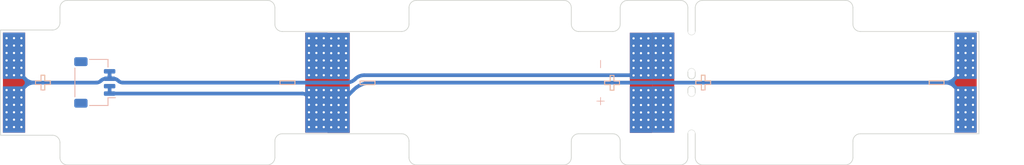
<source format=kicad_pcb>
(kicad_pcb (version 20211014) (generator pcbnew)
  (title_block (title "ALOIDIA Keyboard Solar Cells Breakout Module PCB") (date "2022-07-10") (comment 2 "Author: Vincent Nguyen"))
  (layers (0 "F.Cu" signal) (31 "B.Cu" signal) (34 "B.Paste" user) (35 "F.Paste" user) (36 "B.SilkS" user "B.Silkscreen") (37 "F.SilkS" user "F.Silkscreen") (38 "B.Mask" user) (39 "F.Mask" user) (44 "Edge.Cuts" user))
  (net 0 "")
  (net 1 "/CELL-")
  (net 2 "/CELL+")
  (footprint "0_various:SM111K04L" (layer "F.Cu") (at 153.8 85.025 180)
    (fp_text reference "SC1" hide)
    (fp_text value "SM111K04L")
    (fp_line (start -17.5 0.25) (end -17.5 -0.25) (layer "B.SilkS") (width 0.12))
    (fp_line (start 17.5 0.25) (end 15.5 0.25) (layer "B.SilkS") (width 0.12))
    (fp_line (start -16.25 -1) (end -16.25 -0.25) (layer "B.SilkS") (width 0.12))
    (fp_line (start -16.25 0.25) (end -16.25 1) (layer "B.SilkS") (width 0.12))
    (fp_line (start -15.5 0.25) (end -16.25 0.25) (layer "B.SilkS") (width 0.12))
    (fp_line (start -17.5 -0.25) (end -16.75 -0.25) (layer "B.SilkS") (width 0.12))
    (fp_line (start -16.75 1) (end -16.75 0.25) (layer "B.SilkS") (width 0.12))
    (fp_line (start -16.75 0.25) (end -17.5 0.25) (layer "B.SilkS") (width 0.12))
    (fp_line (start -16.75 -1) (end -16.25 -1) (layer "B.SilkS") (width 0.12))
    (fp_line (start -15.5 -0.25) (end -15.5 0.25) (layer "B.SilkS") (width 0.12))
    (fp_line (start 15.5 0.25) (end 15.5 -0.25) (layer "B.SilkS") (width 0.12))
    (fp_line (start 15.5 -0.25) (end 17.5 -0.25) (layer "B.SilkS") (width 0.12))
    (fp_line (start -16.25 1) (end -16.75 1) (layer "B.SilkS") (width 0.12))
    (fp_line (start -16.75 -0.25) (end -16.75 -1) (layer "B.SilkS") (width 0.12))
    (fp_line (start -16.25 -0.25) (end -15.5 -0.25) (layer "B.SilkS") (width 0.12))
    (fp_line (start 17.5 -0.25) (end 17.5 0.25) (layer "B.SilkS") (width 0.12))
    (fp_line (start -16.25 -1) (end -16.25 -0.25) (layer "F.SilkS") (width 0.12))
    (fp_line (start -16.25 0.25) (end -16.25 1) (layer "F.SilkS") (width 0.12))
    (fp_line (start -16.75 0.25) (end -17.5 0.25) (layer "F.SilkS") (width 0.12))
    (fp_line (start -16.75 1) (end -16.75 0.25) (layer "F.SilkS") (width 0.12))
    (fp_line (start -16.75 -1) (end -16.25 -1) (layer "F.SilkS") (width 0.12))
    (fp_line (start 15.5 -0.25) (end 17.5 -0.25) (layer "F.SilkS") (width 0.12))
    (fp_line (start 15.5 0.25) (end 15.5 -0.25) (layer "F.SilkS") (width 0.12))
    (fp_line (start -16.75 -0.25) (end -16.75 -1) (layer "F.SilkS") (width 0.12))
    (fp_line (start -16.25 -0.25) (end -15.5 -0.25) (layer "F.SilkS") (width 0.12))
    (fp_line (start 17.5 0.25) (end 15.5 0.25) (layer "F.SilkS") (width 0.12))
    (fp_line (start 17.5 -0.25) (end 17.5 0.25) (layer "F.SilkS") (width 0.12))
    (fp_line (start -15.5 -0.25) (end -15.5 0.25) (layer "F.SilkS") (width 0.12))
    (fp_line (start -17.5 0.25) (end -17.5 -0.25) (layer "F.SilkS") (width 0.12))
    (fp_line (start -17.5 -0.25) (end -16.75 -0.25) (layer "F.SilkS") (width 0.12))
    (fp_line (start -15.5 0.25) (end -16.25 0.25) (layer "F.SilkS") (width 0.12))
    (fp_line (start -16.25 1) (end -16.75 1) (layer "F.SilkS") (width 0.12))
    (pad "1" thru_hole circle (at -20.4 6 180) (size 0.6 0.6) (drill 0.3) (layers *.Cu) (net 2 "/CELL+"))
    (pad "1" smd rect (at -20.4 -3.625 90) (size 6.25 3) (layers "B.Cu" "B.Paste" "B.Mask") (net 2 "/CELL+"))
    (pad "1" thru_hole circle (at -21.4 6 180) (size 0.6 0.6) (drill 0.3) (layers *.Cu) (net 2 "/CELL+"))
    (pad "1" thru_hole circle (at -21.4 1 180) (size 0.6 0.6) (drill 0.3) (layers *.Cu) (net 2 "/CELL+"))
    (pad "1" thru_hole circle (at -20.4 -1 180) (size 0.6 0.6) (drill 0.3) (layers *.Cu) (net 2 "/CELL+"))
    (pad "1" thru_hole circle (at -19.4 -1 180) (size 0.6 0.6) (drill 0.3) (layers *.Cu) (net 2 "/CELL+"))
    (pad "1" thru_hole circle (at -19.4 -2 180) (size 0.6 0.6) (drill 0.3) (layers *.Cu) (net 2 "/CELL+"))
    (pad "1" thru_hole circle (at -20.4 -4 180) (size 0.6 0.6) (drill 0.3) (layers *.Cu) (net 2 "/CELL+"))
    (pad "1" thru_hole circle (at -19.4 3 180) (size 0.6 0.6) (drill 0.3) (layers *.Cu) (net 2 "/CELL+"))
    (pad "1" thru_hole circle (at -21.4 -4 180) (size 0.6 0.6) (drill 0.3) (layers *.Cu) (net 2 "/CELL+"))
    (pad "1" thru_hole circle (at -21.4 -3 180) (size 0.6 0.6) (drill 0.3) (layers *.Cu) (net 2 "/CELL+"))
    (pad "1" smd rect (at -20.4 3.625 90) (size 6.25 3) (layers "B.Cu" "B.Paste" "B.Mask") (net 2 "/CELL+"))
    (pad "1" thru_hole circle (at -20.4 2 180) (size 0.6 0.6) (drill 0.3) (layers *.Cu) (net 2 "/CELL+"))
    (pad "1" thru_hole circle (at -20.4 3 180) (size 0.6 0.6) (drill 0.3) (layers *.Cu) (net 2 "/CELL+"))
    (pad "1" thru_hole circle (at -20.4 -5 180) (size 0.6 0.6) (drill 0.3) (layers *.Cu) (net 2 "/CELL+"))
    (pad "1" thru_hole circle (at -20.4 1 180) (size 0.6 0.6) (drill 0.3) (layers *.Cu) (net 2 "/CELL+"))
    (pad "1" thru_hole circle (at -20.4 4 180) (size 0.6 0.6) (drill 0.3) (layers *.Cu) (net 2 "/CELL+"))
    (pad "1" thru_hole circle (at -21.4 -1 180) (size 0.6 0.6) (drill 0.3) (layers *.Cu) (net 2 "/CELL+"))
    (pad "1" thru_hole circle (at -21.4 -6 180) (size 0.6 0.6) (drill 0.3) (layers *.Cu) (net 2 "/CELL+"))
    (pad "1" thru_hole circle (at -21.4 5 180) (size 0.6 0.6) (drill 0.3) (layers *.Cu) (net 2 "/CELL+"))
    (pad "1" thru_hole circle (at -21.4 3 180) (size 0.6 0.6) (drill 0.3) (layers *.Cu) (net 2 "/CELL+"))
    (pad "1" thru_hole circle (at -19.4 -6 180) (size 0.6 0.6) (drill 0.3) (layers *.Cu) (net 2 "/CELL+"))
    (pad "1" thru_hole circle (at -19.4 6 180) (size 0.6 0.6) (drill 0.3) (layers *.Cu) (net 2 "/CELL+"))
    (pad "1" smd rect (at -20.4 0 90) (size 13.5 3) (layers "F.Cu" "F.Paste" "F.Mask") (net 2 "/CELL+"))
    (pad "1" thru_hole circle (at -21.4 4 180) (size 0.6 0.6) (drill 0.3) (layers *.Cu) (net 2 "/CELL+"))
    (pad "1" thru_hole circle (at -19.4 -3 180) (size 0.6 0.6) (drill 0.3) (layers *.Cu) (net 2 "/CELL+"))
    (pad "1" thru_hole circle (at -19.4 1 180) (size 0.6 0.6) (drill 0.3) (layers *.Cu) (net 2 "/CELL+"))
    (pad "1" thru_hole circle (at -19.4 -4 180) (size 0.6 0.6) (drill 0.3) (layers *.Cu) (net 2 "/CELL+"))
    (pad "1" thru_hole circle (at -20.4 -2 180) (size 0.6 0.6) (drill 0.3) (layers *.Cu) (net 2 "/CELL+"))
    (pad "1" thru_hole circle (at -21.4 2 180) (size 0.6 0.6) (drill 0.3) (layers *.Cu) (net 2 "/CELL+"))
    (pad "1" thru_hole circle (at -19.4 5 180) (size 0.6 0.6) (drill 0.3) (layers *.Cu) (net 2 "/CELL+"))
    (pad "1" thru_hole circle (at -19.4 2 180) (size 0.6 0.6) (drill 0.3) (layers *.Cu) (net 2 "/CELL+"))
    (pad "1" thru_hole circle (at -21.4 -5 180) (size 0.6 0.6) (drill 0.3) (layers *.Cu) (net 2 "/CELL+"))
    (pad "1" thru_hole circle (at -19.4 4 180) (size 0.6 0.6) (drill 0.3) (layers *.Cu) (net 2 "/CELL+"))
    (pad "1" thru_hole circle (at -20.4 -6 180) (size 0.6 0.6) (drill 0.3) (layers *.Cu) (net 2 "/CELL+"))
    (pad "1" thru_hole circle (at -21.4 -2 180) (size 0.6 0.6) (drill 0.3) (layers *.Cu) (net 2 "/CELL+"))
    (pad "1" thru_hole circle (at -20.4 5 180) (size 0.6 0.6) (drill 0.3) (layers *.Cu) (net 2 "/CELL+"))
    (pad "1" thru_hole circle (at -20.4 -3 180) (size 0.6 0.6) (drill 0.3) (layers *.Cu) (net 2 "/CELL+"))
    (pad "1" thru_hole circle (at -19.4 -5 180) (size 0.6 0.6) (drill 0.3) (layers *.Cu) (net 2 "/CELL+"))
    (pad "2" thru_hole circle (at 20.4 6 180) (size 0.6 0.6) (drill 0.3) (layers *.Cu) (net 1 "/CELL-"))
    (pad "2" thru_hole circle (at 21.4 -3 180) (size 0.6 0.6) (drill 0.3) (layers *.Cu) (net 1 "/CELL-"))
    (pad "2" thru_hole circle (at 21.4 5 180) (size 0.6 0.6) (drill 0.3) (layers *.Cu) (net 1 "/CELL-"))
    (pad "2" thru_hole circle (at 19.4 5 180) (size 0.6 0.6) (drill 0.3) (layers *.Cu) (net 1 "/CELL-"))
    (pad "2" thru_hole circle (at 21.4 3 180) (size 0.6 0.6) (drill 0.3) (layers *.Cu) (net 1 "/CELL-"))
    (pad "2" thru_hole circle (at 20.4 -2 180) (size 0.6 0.6) (drill 0.3) (layers *.Cu) (net 1 "/CELL-"))
    (pad "2" thru_hole circle (at 21.4 1 180) (size 0.6 0.6) (drill 0.3) (layers *.Cu) (net 1 "/CELL-"))
    (pad "2" thru_hole circle (at 21.4 4 180) (size 0.6 0.6) (drill 0.3) (layers *.Cu) (net 1 "/CELL-"))
    (pad "2" thru_hole circle (at 20.4 2 180) (size 0.6 0.6) (drill 0.3) (layers *.Cu) (net 1 "/CELL-"))
    (pad "2" thru_hole circle (at 20.4 -5 180) (size 0.6 0.6) (drill 0.3) (layers *.Cu) (net 1 "/CELL-"))
    (pad "2" thru_hole circle (at 19.4 -5 180) (size 0.6 0.6) (drill 0.3) (layers *.Cu) (net 1 "/CELL-"))
    (pad "2" thru_hole circle (at 20.4 -1 180) (size 0.6 0.6) (drill 0.3) (layers *.Cu) (net 1 "/CELL-"))
    (pad "2" thru_hole circle (at 20.4 3 180) (size 0.6 0.6) (drill 0.3) (layers *.Cu) (net 1 "/CELL-"))
    (pad "2" thru_hole circle (at 20.4 -4 180) (size 0.6 0.6) (drill 0.3) (layers *.Cu) (net 1 "/CELL-"))
    (pad "2" thru_hole circle (at 20.4 -6 180) (size 0.6 0.6) (drill 0.3) (layers *.Cu) (net 1 "/CELL-"))
    (pad "2" thru_hole circle (at 19.4 3 180) (size 0.6 0.6) (drill 0.3) (layers *.Cu) (net 1 "/CELL-"))
    (pad "2" smd rect (at 20.4 -3.625 90) (size 6.25 3) (layers "B.Cu" "B.Paste" "B.Mask") (net 1 "/CELL-"))
    (pad "2" smd rect (at 20.4 0 90) (size 13.5 3) (layers "F.Cu" "F.Paste" "F.Mask") (net 1 "/CELL-"))
    (pad "2" thru_hole circle (at 20.4 1 180) (size 0.6 0.6) (drill 0.3) (layers *.Cu) (net 1 "/CELL-"))
    (pad "2" thru_hole circle (at 21.4 -2 180) (size 0.6 0.6) (drill 0.3) (layers *.Cu) (net 1 "/CELL-"))
    (pad "2" smd rect (at 20.4 3.625 90) (size 6.25 3) (layers "B.Cu" "B.Paste" "B.Mask") (net 1 "/CELL-"))
    (pad "2" thru_hole circle (at 19.4 -1 180) (size 0.6 0.6) (drill 0.3) (layers *.Cu) (net 1 "/CELL-"))
    (pad "2" thru_hole circle (at 21.4 -4 180) (size 0.6 0.6) (drill 0.3) (layers *.Cu) (net 1 "/CELL-"))
    (pad "2" thru_hole circle (at 20.4 -3 180) (size 0.6 0.6) (drill 0.3) (layers *.Cu) (net 1 "/CELL-"))
    (pad "2" thru_hole circle (at 20.4 5 180) (size 0.6 0.6) (drill 0.3) (layers *.Cu) (net 1 "/CELL-"))
    (pad "2" thru_hole circle (at 20.4 4 180) (size 0.6 0.6) (drill 0.3) (layers *.Cu) (net 1 "/CELL-"))
    (pad "2" thru_hole circle (at 21.4 -5 180) (size 0.6 0.6) (drill 0.3) (layers *.Cu) (net 1 "/CELL-"))
    (pad "2" thru_hole circle (at 19.4 6 180) (size 0.6 0.6) (drill 0.3) (layers *.Cu) (net 1 "/CELL-"))
    (pad "2" thru_hole circle (at 19.4 2 180) (size 0.6 0.6) (drill 0.3) (layers *.Cu) (net 1 "/CELL-"))
    (pad "2" thru_hole circle (at 21.4 -6 180) (size 0.6 0.6) (drill 0.3) (layers *.Cu) (net 1 "/CELL-"))
    (pad "2" thru_hole circle (at 19.4 4 180) (size 0.6 0.6) (drill 0.3) (layers *.Cu) (net 1 "/CELL-"))
    (pad "2" thru_hole circle (at 21.4 -1 180) (size 0.6 0.6) (drill 0.3) (layers *.Cu) (net 1 "/CELL-"))
    (pad "2" thru_hole circle (at 21.4 6 180) (size 0.6 0.6) (drill 0.3) (layers *.Cu) (net 1 "/CELL-"))
    (pad "2" thru_hole circle (at 19.4 -6 180) (size 0.6 0.6) (drill 0.3) (layers *.Cu) (net 1 "/CELL-"))
    (pad "2" thru_hole circle (at 19.4 -2 180) (size 0.6 0.6) (drill 0.3) (layers *.Cu) (net 1 "/CELL-"))
    (pad "2" thru_hole circle (at 19.4 1 180) (size 0.6 0.6) (drill 0.3) (layers *.Cu) (net 1 "/CELL-"))
    (pad "2" thru_hole circle (at 19.4 -3 180) (size 0.6 0.6) (drill 0.3) (layers *.Cu) (net 1 "/CELL-"))
    (pad "2" thru_hole circle (at 19.4 -4 180) (size 0.6 0.6) (drill 0.3) (layers *.Cu) (net 1 "/CELL-"))
    (pad "2" thru_hole circle (at 21.4 2 180) (size 0.6 0.6) (drill 0.3) (layers *.Cu) (net 1 "/CELL-"))
  )
  (footprint "marbastlib-various:mousebites_1mm" (layer "F.Cu") (at 180.525 80.825 180)
    (fp_text reference "REF**" hide)
    (fp_text value "mousebites 1mm" hide)
    (fp_arc (start 0 -2.75) (mid -0.5 -2.25) (end -1 -2.75) (layer "Edge.Cuts") (width 0.05))
    (fp_arc (start -1 2.75) (mid -0.5 2.25) (end 0 2.75) (layer "Edge.Cuts") (width 0.05))
    (pad "" np_thru_hole circle locked (at 0.25 1.905 180) (size 0.75 0.75) (drill 0.75) (layers *.Cu *.Mask))
    (pad "" np_thru_hole circle locked (at 0.25 0.635 180) (size 0.75 0.75) (drill 0.75) (layers *.Cu *.Mask))
    (pad "" np_thru_hole circle locked (at 0.25 -1.905 180) (size 0.75 0.75) (drill 0.75) (layers *.Cu *.Mask))
    (pad "" np_thru_hole circle locked (at 0.25 -0.635 180) (size 0.75 0.75) (drill 0.75) (layers *.Cu *.Mask))
  )
  (footprint "0_various:SM111K04L" (layer "F.Cu") (at 197.6 85)
    (fp_text reference "SC3" hide)
    (fp_text value "SM111K04L")
    (fp_line (start -14.75 -1) (end -14.75 -0.25) (layer "B.SilkS") (width 0.12))
    (fp_line (start -14.75 -0.25) (end -14 -0.25) (layer "B.SilkS") (width 0.12))
    (fp_line (start -15.25 1) (end -15.25 0.25) (layer "B.SilkS") (width 0.12))
    (fp_line (start 15.5 0.25) (end 15.5 -0.25) (layer "B.SilkS") (width 0.12))
    (fp_line (start -14 0.25) (end -14.75 0.25) (layer "B.SilkS") (width 0.12))
    (fp_line (start -15.25 0.25) (end -16 0.25) (layer "B.SilkS") (width 0.12))
    (fp_line (start -14.75 0.25) (end -14.75 1) (layer "B.SilkS") (width 0.12))
    (fp_line (start 17.5 0.25) (end 15.5 0.25) (layer "B.SilkS") (width 0.12))
    (fp_line (start -15.25 -1) (end -14.75 -1) (layer "B.SilkS") (width 0.12))
    (fp_line (start 17.5 -0.25) (end 17.5 0.25) (layer "B.SilkS") (width 0.12))
    (fp_line (start -14 -0.25) (end -14 0.25) (layer "B.SilkS") (width 0.12))
    (fp_line (start -15.25 -0.25) (end -15.25 -1) (layer "B.SilkS") (width 0.12))
    (fp_line (start -14.75 1) (end -15.25 1) (layer "B.SilkS") (width 0.12))
    (fp_line (start -16 -0.25) (end -15.25 -0.25) (layer "B.SilkS") (width 0.12))
    (fp_line (start -16 0.25) (end -16 -0.25) (layer "B.SilkS") (width 0.12))
    (fp_line (start 15.5 -0.25) (end 17.5 -0.25) (layer "B.SilkS") (width 0.12))
    (fp_line (start -14.75 0.25) (end -14.75 1) (layer "F.SilkS") (width 0.12))
    (fp_line (start -14 0.25) (end -14.75 0.25) (layer "F.SilkS") (width 0.12))
    (fp_line (start -14.75 -0.25) (end -14 -0.25) (layer "F.SilkS") (width 0.12))
    (fp_line (start 15.5 -0.25) (end 17.5 -0.25) (layer "F.SilkS") (width 0.12))
    (fp_line (start -14.75 1) (end -15.25 1) (layer "F.SilkS") (width 0.12))
    (fp_line (start 15.5 0.25) (end 15.5 -0.25) (layer "F.SilkS") (width 0.12))
    (fp_line (start -16 -0.25) (end -15.25 -0.25) (layer "F.SilkS") (width 0.12))
    (fp_line (start -15.25 -0.25) (end -15.25 -1) (layer "F.SilkS") (width 0.12))
    (fp_line (start -14 -0.25) (end -14 0.25) (layer "F.SilkS") (width 0.12))
    (fp_line (start -15.25 1) (end -15.25 0.25) (layer "F.SilkS") (width 0.12))
    (fp_line (start -15.25 0.25) (end -16 0.25) (layer "F.SilkS") (width 0.12))
    (fp_line (start 17.5 0.25) (end 15.5 0.25) (layer "F.SilkS") (width 0.12))
    (fp_line (start -15.25 -1) (end -14.75 -1) (layer "F.SilkS") (width 0.12))
    (fp_line (start -16 0.25) (end -16 -0.25) (layer "F.SilkS") (width 0.12))
    (fp_line (start -14.75 -1) (end -14.75 -0.25) (layer "F.SilkS") (width 0.12))
    (fp_line (start 17.5 -0.25) (end 17.5 0.25) (layer "F.SilkS") (width 0.12))
    (pad "1" thru_hole circle (at -20.4 3) (size 0.6 0.6) (drill 0.3) (layers *.Cu) (net 2 "/CELL+"))
    (pad "1" thru_hole circle (at -19.4 5) (size 0.6 0.6) (drill 0.3) (layers *.Cu) (net 2 "/CELL+"))
    (pad "1" thru_hole circle (at -20.4 -6) (size 0.6 0.6) (drill 0.3) (layers *.Cu) (net 2 "/CELL+"))
    (pad "1" thru_hole circle (at -20.4 4) (size 0.6 0.6) (drill 0.3) (layers *.Cu) (net 2 "/CELL+"))
    (pad "1" thru_hole circle (at -21.4 1) (size 0.6 0.6) (drill 0.3) (layers *.Cu) (net 2 "/CELL+"))
    (pad "1" thru_hole circle (at -20.4 -1) (size 0.6 0.6) (drill 0.3) (layers *.Cu) (net 2 "/CELL+"))
    (pad "1" thru_hole circle (at -19.4 -1) (size 0.6 0.6) (drill 0.3) (layers *.Cu) (net 2 "/CELL+"))
    (pad "1" thru_hole circle (at -19.4 -6) (size 0.6 0.6) (drill 0.3) (layers *.Cu) (net 2 "/CELL+"))
    (pad "1" smd rect (at -20.4 0 270) (size 13.5 3) (layers "F.Cu" "F.Paste" "F.Mask") (net 2 "/CELL+"))
    (pad "1" thru_hole circle (at -20.4 5) (size 0.6 0.6) (drill 0.3) (layers *.Cu) (net 2 "/CELL+"))
    (pad "1" thru_hole circle (at -20.4 2) (size 0.6 0.6) (drill 0.3) (layers *.Cu) (net 2 "/CELL+"))
    (pad "1" thru_hole circle (at -21.4 -1) (size 0.6 0.6) (drill 0.3) (layers *.Cu) (net 2 "/CELL+"))
    (pad "1" thru_hole circle (at -19.4 2) (size 0.6 0.6) (drill 0.3) (layers *.Cu) (net 2 "/CELL+"))
    (pad "1" thru_hole circle (at -21.4 -3) (size 0.6 0.6) (drill 0.3) (layers *.Cu) (net 2 "/CELL+"))
    (pad "1" thru_hole circle (at -20.4 -5) (size 0.6 0.6) (drill 0.3) (layers *.Cu) (net 2 "/CELL+"))
    (pad "1" thru_hole circle (at -21.4 -2) (size 0.6 0.6) (drill 0.3) (layers *.Cu) (net 2 "/CELL+"))
    (pad "1" thru_hole circle (at -20.4 1) (size 0.6 0.6) (drill 0.3) (layers *.Cu) (net 2 "/CELL+"))
    (pad "1" thru_hole circle (at -19.4 6) (size 0.6 0.6) (drill 0.3) (layers *.Cu) (net 2 "/CELL+"))
    (pad "1" thru_hole circle (at -21.4 -4) (size 0.6 0.6) (drill 0.3) (layers *.Cu) (net 2 "/CELL+"))
    (pad "1" thru_hole circle (at -21.4 3) (size 0.6 0.6) (drill 0.3) (layers *.Cu) (net 2 "/CELL+"))
    (pad "1" smd rect (at -20.4 -3.625 270) (size 6.25 3) (layers "B.Cu" "B.Paste" "B.Mask") (net 2 "/CELL+"))
    (pad "1" thru_hole circle (at -19.4 4) (size 0.6 0.6) (drill 0.3) (layers *.Cu) (net 2 "/CELL+"))
    (pad "1" thru_hole circle (at -20.4 -3) (size 0.6 0.6) (drill 0.3) (layers *.Cu) (net 2 "/CELL+"))
    (pad "1" thru_hole circle (at -21.4 2) (size 0.6 0.6) (drill 0.3) (layers *.Cu) (net 2 "/CELL+"))
    (pad "1" thru_hole circle (at -21.4 4) (size 0.6 0.6) (drill 0.3) (layers *.Cu) (net 2 "/CELL+"))
    (pad "1" thru_hole circle (at -19.4 -2) (size 0.6 0.6) (drill 0.3) (layers *.Cu) (net 2 "/CELL+"))
    (pad "1" thru_hole circle (at -20.4 -2) (size 0.6 0.6) (drill 0.3) (layers *.Cu) (net 2 "/CELL+"))
    (pad "1" thru_hole circle (at -21.4 -5) (size 0.6 0.6) (drill 0.3) (layers *.Cu) (net 2 "/CELL+"))
    (pad "1" thru_hole circle (at -20.4 6) (size 0.6 0.6) (drill 0.3) (layers *.Cu) (net 2 "/CELL+"))
    (pad "1" thru_hole circle (at -20.4 -4) (size 0.6 0.6) (drill 0.3) (layers *.Cu) (net 2 "/CELL+"))
    (pad "1" thru_hole circle (at -19.4 -4) (size 0.6 0.6) (drill 0.3) (layers *.Cu) (net 2 "/CELL+"))
    (pad "1" thru_hole circle (at -19.4 3) (size 0.6 0.6) (drill 0.3) (layers *.Cu) (net 2 "/CELL+"))
    (pad "1" thru_hole circle (at -21.4 6) (size 0.6 0.6) (drill 0.3) (layers *.Cu) (net 2 "/CELL+"))
    (pad "1" thru_hole circle (at -19.4 -3) (size 0.6 0.6) (drill 0.3) (layers *.Cu) (net 2 "/CELL+"))
    (pad "1" thru_hole circle (at -19.4 -5) (size 0.6 0.6) (drill 0.3) (layers *.Cu) (net 2 "/CELL+"))
    (pad "1" thru_hole circle (at -19.4 1) (size 0.6 0.6) (drill 0.3) (layers *.Cu) (net 2 "/CELL+"))
    (pad "1" thru_hole circle (at -21.4 5) (size 0.6 0.6) (drill 0.3) (layers *.Cu) (net 2 "/CELL+"))
    (pad "1" thru_hole circle (at -21.4 -6) (size 0.6 0.6) (drill 0.3) (layers *.Cu) (net 2 "/CELL+"))
    (pad "1" smd rect (at -20.4 3.625 270) (size 6.25 3) (layers "B.Cu" "B.Paste" "B.Mask") (net 2 "/CELL+"))
    (pad "2" thru_hole circle (at 19.4 -3) (size 0.6 0.6) (drill 0.3) (layers *.Cu) (net 1 "/CELL-"))
    (pad "2" thru_hole circle (at 21.4 5) (size 0.6 0.6) (drill 0.3) (layers *.Cu) (net 1 "/CELL-"))
    (pad "2" thru_hole circle (at 19.4 5) (size 0.6 0.6) (drill 0.3) (layers *.Cu) (net 1 "/CELL-"))
    (pad "2" thru_hole circle (at 20.4 -3) (size 0.6 0.6) (drill 0.3) (layers *.Cu) (net 1 "/CELL-"))
    (pad "2" thru_hole circle (at 21.4 4) (size 0.6 0.6) (drill 0.3) (layers *.Cu) (net 1 "/CELL-"))
    (pad "2" thru_hole circle (at 19.4 -4) (size 0.6 0.6) (drill 0.3) (layers *.Cu) (net 1 "/CELL-"))
    (pad "2" thru_hole circle (at 19.4 6) (size 0.6 0.6) (drill 0.3) (layers *.Cu) (net 1 "/CELL-"))
    (pad "2" smd rect (at 20.4 3.625 270) (size 6.25 3) (layers "B.Cu" "B.Paste" "B.Mask") (net 1 "/CELL-"))
    (pad "2" thru_hole circle (at 19.4 4) (size 0.6 0.6) (drill 0.3) (layers *.Cu) (net 1 "/CELL-"))
    (pad "2" thru_hole circle (at 21.4 -6) (size 0.6 0.6) (drill 0.3) (layers *.Cu) (net 1 "/CELL-"))
    (pad "2" thru_hole circle (at 20.4 5) (size 0.6 0.6) (drill 0.3) (layers *.Cu) (net 1 "/CELL-"))
    (pad "2" thru_hole circle (at 19.4 -1) (size 0.6 0.6) (drill 0.3) (layers *.Cu) (net 1 "/CELL-"))
    (pad "2" thru_hole circle (at 19.4 3) (size 0.6 0.6) (drill 0.3) (layers *.Cu) (net 1 "/CELL-"))
    (pad "2" smd rect (at 20.4 0 270) (size 13.5 3) (layers "F.Cu" "F.Paste" "F.Mask") (net 1 "/CELL-"))
    (pad "2" thru_hole circle (at 19.4 -6) (size 0.6 0.6) (drill 0.3) (layers *.Cu) (net 1 "/CELL-"))
    (pad "2" thru_hole circle (at 19.4 -5) (size 0.6 0.6) (drill 0.3) (layers *.Cu) (net 1 "/CELL-"))
    (pad "2" thru_hole circle (at 21.4 -1) (size 0.6 0.6) (drill 0.3) (layers *.Cu) (net 1 "/CELL-"))
    (pad "2" thru_hole circle (at 20.4 -2) (size 0.6 0.6) (drill 0.3) (layers *.Cu) (net 1 "/CELL-"))
    (pad "2" thru_hole circle (at 20.4 6) (size 0.6 0.6) (drill 0.3) (layers *.Cu) (net 1 "/CELL-"))
    (pad "2" thru_hole circle (at 21.4 6) (size 0.6 0.6) (drill 0.3) (layers *.Cu) (net 1 "/CELL-"))
    (pad "2" thru_hole circle (at 19.4 2) (size 0.6 0.6) (drill 0.3) (layers *.Cu) (net 1 "/CELL-"))
    (pad "2" thru_hole circle (at 21.4 1) (size 0.6 0.6) (drill 0.3) (layers *.Cu) (net 1 "/CELL-"))
    (pad "2" thru_hole circle (at 21.4 2) (size 0.6 0.6) (drill 0.3) (layers *.Cu) (net 1 "/CELL-"))
    (pad "2" thru_hole circle (at 20.4 -5) (size 0.6 0.6) (drill 0.3) (layers *.Cu) (net 1 "/CELL-"))
    (pad "2" thru_hole circle (at 20.4 1) (size 0.6 0.6) (drill 0.3) (layers *.Cu) (net 1 "/CELL-"))
    (pad "2" thru_hole circle (at 20.4 4) (size 0.6 0.6) (drill 0.3) (layers *.Cu) (net 1 "/CELL-"))
    (pad "2" thru_hole circle (at 20.4 -6) (size 0.6 0.6) (drill 0.3) (layers *.Cu) (net 1 "/CELL-"))
    (pad "2" smd rect (at 20.4 -3.625 270) (size 6.25 3) (layers "B.Cu" "B.Paste" "B.Mask") (net 1 "/CELL-"))
    (pad "2" thru_hole circle (at 19.4 -2) (size 0.6 0.6) (drill 0.3) (layers *.Cu) (net 1 "/CELL-"))
    (pad "2" thru_hole circle (at 21.4 -4) (size 0.6 0.6) (drill 0.3) (layers *.Cu) (net 1 "/CELL-"))
    (pad "2" thru_hole circle (at 20.4 -1) (size 0.6 0.6) (drill 0.3) (layers *.Cu) (net 1 "/CELL-"))
    (pad "2" thru_hole circle (at 21.4 -2) (size 0.6 0.6) (drill 0.3) (layers *.Cu) (net 1 "/CELL-"))
    (pad "2" thru_hole circle (at 21.4 3) (size 0.6 0.6) (drill 0.3) (layers *.Cu) (net 1 "/CELL-"))
    (pad "2" thru_hole circle (at 21.4 -5) (size 0.6 0.6) (drill 0.3) (layers *.Cu) (net 1 "/CELL-"))
    (pad "2" thru_hole circle (at 19.4 1) (size 0.6 0.6) (drill 0.3) (layers *.Cu) (net 1 "/CELL-"))
    (pad "2" thru_hole circle (at 20.4 -4) (size 0.6 0.6) (drill 0.3) (layers *.Cu) (net 1 "/CELL-"))
    (pad "2" thru_hole circle (at 20.4 2) (size 0.6 0.6) (drill 0.3) (layers *.Cu) (net 1 "/CELL-"))
    (pad "2" thru_hole circle (at 20.4 3) (size 0.6 0.6) (drill 0.3) (layers *.Cu) (net 1 "/CELL-"))
    (pad "2" thru_hole circle (at 21.4 -3) (size 0.6 0.6) (drill 0.3) (layers *.Cu) (net 1 "/CELL-"))
  )
  (footprint "0_various:SM111K04L" (layer "F.Cu") (at 110 85)
    (fp_text reference "SC2" hide)
    (fp_text value "SM111K04L")
    (fp_line (start -17.5 -0.25) (end -16.75 -0.25) (layer "B.SilkS") (width 0.12))
    (fp_line (start 15.5 -0.25) (end 17.5 -0.25) (layer "B.SilkS") (width 0.12))
    (fp_line (start -17.5 0.25) (end -17.5 -0.25) (layer "B.SilkS") (width 0.12))
    (fp_line (start 15.5 0.25) (end 15.5 -0.25) (layer "B.SilkS") (width 0.12))
    (fp_line (start -16.75 -0.25) (end -16.75 -1) (layer "B.SilkS") (width 0.12))
    (fp_line (start -16.75 0.25) (end -17.5 0.25) (layer "B.SilkS") (width 0.12))
    (fp_line (start -15.5 -0.25) (end -15.5 0.25) (layer "B.SilkS") (width 0.12))
    (fp_line (start 17.5 0.25) (end 15.5 0.25) (layer "B.SilkS") (width 0.12))
    (fp_line (start -16.75 -1) (end -16.25 -1) (layer "B.SilkS") (width 0.12))
    (fp_line (start -16.25 1) (end -16.75 1) (layer "B.SilkS") (width 0.12))
    (fp_line (start -16.75 1) (end -16.75 0.25) (layer "B.SilkS") (width 0.12))
    (fp_line (start -15.5 0.25) (end -16.25 0.25) (layer "B.SilkS") (width 0.12))
    (fp_line (start -16.25 0.25) (end -16.25 1) (layer "B.SilkS") (width 0.12))
    (fp_line (start -16.25 -1) (end -16.25 -0.25) (layer "B.SilkS") (width 0.12))
    (fp_line (start -16.25 -0.25) (end -15.5 -0.25) (layer "B.SilkS") (width 0.12))
    (fp_line (start 17.5 -0.25) (end 17.5 0.25) (layer "B.SilkS") (width 0.12))
    (fp_line (start -16.75 -0.25) (end -16.75 -1) (layer "F.SilkS") (width 0.12))
    (fp_line (start -17.5 -0.25) (end -16.75 -0.25) (layer "F.SilkS") (width 0.12))
    (fp_line (start -16.75 -1) (end -16.25 -1) (layer "F.SilkS") (width 0.12))
    (fp_line (start -15.5 -0.25) (end -15.5 0.25) (layer "F.SilkS") (width 0.12))
    (fp_line (start -16.25 -1) (end -16.25 -0.25) (layer "F.SilkS") (width 0.12))
    (fp_line (start -15.5 0.25) (end -16.25 0.25) (layer "F.SilkS") (width 0.12))
    (fp_line (start -16.25 -0.25) (end -15.5 -0.25) (layer "F.SilkS") (width 0.12))
    (fp_line (start -16.25 1) (end -16.75 1) (layer "F.SilkS") (width 0.12))
    (fp_line (start -16.75 0.25) (end -17.5 0.25) (layer "F.SilkS") (width 0.12))
    (fp_line (start 17.5 0.25) (end 15.5 0.25) (layer "F.SilkS") (width 0.12))
    (fp_line (start -16.75 1) (end -16.75 0.25) (layer "F.SilkS") (width 0.12))
    (fp_line (start 15.5 0.25) (end 15.5 -0.25) (layer "F.SilkS") (width 0.12))
    (fp_line (start 15.5 -0.25) (end 17.5 -0.25) (layer "F.SilkS") (width 0.12))
    (fp_line (start -16.25 0.25) (end -16.25 1) (layer "F.SilkS") (width 0.12))
    (fp_line (start -17.5 0.25) (end -17.5 -0.25) (layer "F.SilkS") (width 0.12))
    (fp_line (start 17.5 -0.25) (end 17.5 0.25) (layer "F.SilkS") (width 0.12))
    (pad "1" thru_hole circle (at -19.4 -3) (size 0.6 0.6) (drill 0.3) (layers *.Cu) (net 2 "/CELL+"))
    (pad "1" thru_hole circle (at -20.4 -2) (size 0.6 0.6) (drill 0.3) (layers *.Cu) (net 2 "/CELL+"))
    (pad "1" thru_hole circle (at -19.4 -5) (size 0.6 0.6) (drill 0.3) (layers *.Cu) (net 2 "/CELL+"))
    (pad "1" thru_hole circle (at -20.4 5) (size 0.6 0.6) (drill 0.3) (layers *.Cu) (net 2 "/CELL+"))
    (pad "1" thru_hole circle (at -20.4 -5) (size 0.6 0.6) (drill 0.3) (layers *.Cu) (net 2 "/CELL+"))
    (pad "1" thru_hole circle (at -20.4 4) (size 0.6 0.6) (drill 0.3) (layers *.Cu) (net 2 "/CELL+"))
    (pad "1" thru_hole circle (at -21.4 1) (size 0.6 0.6) (drill 0.3) (layers *.Cu) (net 2 "/CELL+"))
    (pad "1" thru_hole circle (at -20.4 2) (size 0.6 0.6) (drill 0.3) (layers *.Cu) (net 2 "/CELL+"))
    (pad "1" thru_hole circle (at -21.4 -5) (size 0.6 0.6) (drill 0.3) (layers *.Cu) (net 2 "/CELL+"))
    (pad "1" thru_hole circle (at -19.4 2) (size 0.6 0.6) (drill 0.3) (layers *.Cu) (net 2 "/CELL+"))
    (pad "1" thru_hole circle (at -19.4 4) (size 0.6 0.6) (drill 0.3) (layers *.Cu) (net 2 "/CELL+"))
    (pad "1" thru_hole circle (at -21.4 -2) (size 0.6 0.6) (drill 0.3) (layers *.Cu) (net 2 "/CELL+"))
    (pad "1" thru_hole circle (at -20.4 -3) (size 0.6 0.6) (drill 0.3) (layers *.Cu) (net 2 "/CELL+"))
    (pad "1" thru_hole circle (at -21.4 2) (size 0.6 0.6) (drill 0.3) (layers *.Cu) (net 2 "/CELL+"))
    (pad "1" thru_hole circle (at -19.4 -2) (size 0.6 0.6) (drill 0.3) (layers *.Cu) (net 2 "/CELL+"))
    (pad "1" thru_hole circle (at -20.4 -4) (size 0.6 0.6) (drill 0.3) (layers *.Cu) (net 2 "/CELL+"))
    (pad "1" thru_hole circle (at -21.4 3) (size 0.6 0.6) (drill 0.3) (layers *.Cu) (net 2 "/CELL+"))
    (pad "1" thru_hole circle (at -21.4 5) (size 0.6 0.6) (drill 0.3) (layers *.Cu) (net 2 "/CELL+"))
    (pad "1" thru_hole circle (at -20.4 6) (size 0.6 0.6) (drill 0.3) (layers *.Cu) (net 2 "/CELL+"))
    (pad "1" thru_hole circle (at -21.4 6) (size 0.6 0.6) (drill 0.3) (layers *.Cu) (net 2 "/CELL+"))
    (pad "1" thru_hole circle (at -19.4 1) (size 0.6 0.6) (drill 0.3) (layers *.Cu) (net 2 "/CELL+"))
    (pad "1" thru_hole circle (at -21.4 4) (size 0.6 0.6) (drill 0.3) (layers *.Cu) (net 2 "/CELL+"))
    (pad "1" smd rect (at -20.4 -3.625 270) (size 6.25 3) (layers "B.Cu" "B.Paste" "B.Mask") (net 2 "/CELL+"))
    (pad "1" thru_hole circle (at -19.4 3) (size 0.6 0.6) (drill 0.3) (layers *.Cu) (net 2 "/CELL+"))
    (pad "1" thru_hole circle (at -19.4 -1) (size 0.6 0.6) (drill 0.3) (layers *.Cu) (net 2 "/CELL+"))
    (pad "1" thru_hole circle (at -21.4 -4) (size 0.6 0.6) (drill 0.3) (layers *.Cu) (net 2 "/CELL+"))
    (pad "1" thru_hole circle (at -21.4 -1) (size 0.6 0.6) (drill 0.3) (layers *.Cu) (net 2 "/CELL+"))
    (pad "1" thru_hole circle (at -21.4 -3) (size 0.6 0.6) (drill 0.3) (layers *.Cu) (net 2 "/CELL+"))
    (pad "1" smd rect (at -20.4 0 270) (size 13.5 3) (layers "F.Cu" "F.Paste" "F.Mask") (net 2 "/CELL+"))
    (pad "1" thru_hole circle (at -19.4 5) (size 0.6 0.6) (drill 0.3) (layers *.Cu) (net 2 "/CELL+"))
    (pad "1" thru_hole circle (at -20.4 3) (size 0.6 0.6) (drill 0.3) (layers *.Cu) (net 2 "/CELL+"))
    (pad "1" thru_hole circle (at -21.4 -6) (size 0.6 0.6) (drill 0.3) (layers *.Cu) (net 2 "/CELL+"))
    (pad "1" thru_hole circle (at -19.4 -6) (size 0.6 0.6) (drill 0.3) (layers *.Cu) (net 2 "/CELL+"))
    (pad "1" thru_hole circle (at -19.4 -4) (size 0.6 0.6) (drill 0.3) (layers *.Cu) (net 2 "/CELL+"))
    (pad "1" thru_hole circle (at -20.4 1) (size 0.6 0.6) (drill 0.3) (layers *.Cu) (net 2 "/CELL+"))
    (pad "1" thru_hole circle (at -20.4 -6) (size 0.6 0.6) (drill 0.3) (layers *.Cu) (net 2 "/CELL+"))
    (pad "1" thru_hole circle (at -19.4 6) (size 0.6 0.6) (drill 0.3) (layers *.Cu) (net 2 "/CELL+"))
    (pad "1" smd rect (at -20.4 3.625 270) (size 6.25 3) (layers "B.Cu" "B.Paste" "B.Mask") (net 2 "/CELL+"))
    (pad "1" thru_hole circle (at -20.4 -1) (size 0.6 0.6) (drill 0.3) (layers *.Cu) (net 2 "/CELL+"))
    (pad "2" thru_hole circle (at 21.4 -2) (size 0.6 0.6) (drill 0.3) (layers *.Cu) (net 1 "/CELL-"))
    (pad "2" thru_hole circle (at 19.4 1) (size 0.6 0.6) (drill 0.3) (layers *.Cu) (net 1 "/CELL-"))
    (pad "2" thru_hole circle (at 19.4 -5) (size 0.6 0.6) (drill 0.3) (layers *.Cu) (net 1 "/CELL-"))
    (pad "2" thru_hole circle (at 21.4 -5) (size 0.6 0.6) (drill 0.3) (layers *.Cu) (net 1 "/CELL-"))
    (pad "2" thru_hole circle (at 20.4 4) (size 0.6 0.6) (drill 0.3) (layers *.Cu) (net 1 "/CELL-"))
    (pad "2" thru_hole circle (at 20.4 5) (size 0.6 0.6) (drill 0.3) (layers *.Cu) (net 1 "/CELL-"))
    (pad "2" thru_hole circle (at 19.4 6) (size 0.6 0.6) (drill 0.3) (layers *.Cu) (net 1 "/CELL-"))
    (pad "2" thru_hole circle (at 19.4 4) (size 0.6 0.6) (drill 0.3) (layers *.Cu) (net 1 "/CELL-"))
    (pad "2" thru_hole circle (at 21.4 4) (size 0.6 0.6) (drill 0.3) (layers *.Cu) (net 1 "/CELL-"))
    (pad "2" thru_hole circle (at 19.4 2) (size 0.6 0.6) (drill 0.3) (layers *.Cu) (net 1 "/CELL-"))
    (pad "2" thru_hole circle (at 19.4 -3) (size 0.6 0.6) (drill 0.3) (layers *.Cu) (net 1 "/CELL-"))
    (pad "2" thru_hole circle (at 21.4 -4) (size 0.6 0.6) (drill 0.3) (layers *.Cu) (net 1 "/CELL-"))
    (pad "2" smd rect (at 20.4 3.625 270) (size 6.25 3) (layers "B.Cu" "B.Paste" "B.Mask") (net 1 "/CELL-"))
    (pad "2" thru_hole circle (at 21.4 3) (size 0.6 0.6) (drill 0.3) (layers *.Cu) (net 1 "/CELL-"))
    (pad "2" thru_hole circle (at 20.4 -3) (size 0.6 0.6) (drill 0.3) (layers *.Cu) (net 1 "/CELL-"))
    (pad "2" thru_hole circle (at 19.4 -1) (size 0.6 0.6) (drill 0.3) (layers *.Cu) (net 1 "/CELL-"))
    (pad "2" thru_hole circle (at 19.4 -4) (size 0.6 0.6) (drill 0.3) (layers *.Cu) (net 1 "/CELL-"))
    (pad "2" thru_hole circle (at 21.4 -6) (size 0.6 0.6) (drill 0.3) (layers *.Cu) (net 1 "/CELL-"))
    (pad "2" thru_hole circle (at 21.4 1) (size 0.6 0.6) (drill 0.3) (layers *.Cu) (net 1 "/CELL-"))
    (pad "2" thru_hole circle (at 20.4 -5) (size 0.6 0.6) (drill 0.3) (layers *.Cu) (net 1 "/CELL-"))
    (pad "2" smd rect (at 20.4 0 270) (size 13.5 3) (layers "F.Cu" "F.Paste" "F.Mask") (net 1 "/CELL-"))
    (pad "2" thru_hole circle (at 20.4 6) (size 0.6 0.6) (drill 0.3) (layers *.Cu) (net 1 "/CELL-"))
    (pad "2" thru_hole circle (at 21.4 2) (size 0.6 0.6) (drill 0.3) (layers *.Cu) (net 1 "/CELL-"))
    (pad "2" thru_hole circle (at 21.4 6) (size 0.6 0.6) (drill 0.3) (layers *.Cu) (net 1 "/CELL-"))
    (pad "2" thru_hole circle (at 20.4 -2) (size 0.6 0.6) (drill 0.3) (layers *.Cu) (net 1 "/CELL-"))
    (pad "2" thru_hole circle (at 20.4 -6) (size 0.6 0.6) (drill 0.3) (layers *.Cu) (net 1 "/CELL-"))
    (pad "2" thru_hole circle (at 19.4 5) (size 0.6 0.6) (drill 0.3) (layers *.Cu) (net 1 "/CELL-"))
    (pad "2" thru_hole circle (at 20.4 -1) (size 0.6 0.6) (drill 0.3) (layers *.Cu) (net 1 "/CELL-"))
    (pad "2" thru_hole circle (at 20.4 -4) (size 0.6 0.6) (drill 0.3) (layers *.Cu) (net 1 "/CELL-"))
    (pad "2" thru_hole circle (at 20.4 3) (size 0.6 0.6) (drill 0.3) (layers *.Cu) (net 1 "/CELL-"))
    (pad "2" thru_hole circle (at 21.4 -1) (size 0.6 0.6) (drill 0.3) (layers *.Cu) (net 1 "/CELL-"))
    (pad "2" thru_hole circle (at 19.4 -6) (size 0.6 0.6) (drill 0.3) (layers *.Cu) (net 1 "/CELL-"))
    (pad "2" thru_hole circle (at 21.4 5) (size 0.6 0.6) (drill 0.3) (layers *.Cu) (net 1 "/CELL-"))
    (pad "2" smd rect (at 20.4 -3.625 270) (size 6.25 3) (layers "B.Cu" "B.Paste" "B.Mask") (net 1 "/CELL-"))
    (pad "2" thru_hole circle (at 19.4 3) (size 0.6 0.6) (drill 0.3) (layers *.Cu) (net 1 "/CELL-"))
    (pad "2" thru_hole circle (at 19.4 -2) (size 0.6 0.6) (drill 0.3) (layers *.Cu) (net 1 "/CELL-"))
    (pad "2" thru_hole circle (at 20.4 2) (size 0.6 0.6) (drill 0.3) (layers *.Cu) (net 1 "/CELL-"))
    (pad "2" thru_hole circle (at 21.4 -3) (size 0.6 0.6) (drill 0.3) (layers *.Cu) (net 1 "/CELL-"))
    (pad "2" thru_hole circle (at 20.4 1) (size 0.6 0.6) (drill 0.3) (layers *.Cu) (net 1 "/CELL-"))
  )
  (footprint "marbastlib-various:mousebites_1mm" (layer "F.Cu") (at 180.525 89.125 180)
    (fp_text reference "REF**" hide)
    (fp_text value "mousebites 1mm" hide)
    (fp_arc (start -1 2.75) (mid -0.5 2.25) (end 0 2.75) (layer "Edge.Cuts") (width 0.05))
    (fp_arc (start 0 -2.75) (mid -0.5 -2.25) (end -1 -2.75) (layer "Edge.Cuts") (width 0.05))
    (pad "" np_thru_hole circle locked (at 0.25 -0.635 180) (size 0.75 0.75) (drill 0.75) (layers *.Cu *.Mask))
    (pad "" np_thru_hole circle locked (at 0.25 -1.905 180) (size 0.75 0.75) (drill 0.75) (layers *.Cu *.Mask))
    (pad "" np_thru_hole circle locked (at 0.25 1.905 180) (size 0.75 0.75) (drill 0.75) (layers *.Cu *.Mask))
    (pad "" np_thru_hole circle locked (at 0.25 0.635 180) (size 0.75 0.75) (drill 0.75) (layers *.Cu *.Mask))
  )
  (footprint "Connector_JST:JST_SH_SM04B-SRSS-TB_1x04-1MP_P1.00mm_Horizontal" (layer "B.Cu") (at 100.5 84.975 90)
    (fp_text reference "J1" hide)
    (fp_text value "SM04B-SRSS-TB(LF)(SN)")
    (fp_line (start -2.06 1.785) (end -2.06 2.775) (layer "B.SilkS") (width 0.12))
    (fp_line (start 3.11 -0.715) (end 3.11 1.785) (layer "B.SilkS") (width 0.12))
    (fp_line (start -3.11 1.785) (end -2.06 1.785) (layer "B.SilkS") (width 0.12))
    (fp_line (start -1.94 -2.685) (end 1.94 -2.685) (layer "B.SilkS") (width 0.12))
    (fp_line (start 3.11 1.785) (end 2.06 1.785) (layer "B.SilkS") (width 0.12))
    (fp_line (start -3.11 -0.715) (end -3.11 1.785) (layer "B.SilkS") (width 0.12))
    (pad "1" smd roundrect (at -1.5 2 90) (size 0.6 1.55) (layers "B.Cu" "B.Paste" "B.Mask") (net 1 "/CELL-"))
    (pad "2" smd roundrect (at -0.5 2 90) (size 0.6 1.55) (layers "B.Cu" "B.Paste" "B.Mask") (net 1 "/CELL-"))
    (pad "3" smd roundrect (at 0.5 2 90) (size 0.6 1.55) (layers "B.Cu" "B.Paste" "B.Mask") (net 2 "/CELL+"))
    (pad "4" smd roundrect (at 1.5 2 90) (size 0.6 1.55) (layers "B.Cu" "B.Paste" "B.Mask") (net 2 "/CELL+"))
    (pad "MP" smd roundrect (at 2.8 -1.875 90) (size 1.2 1.8) (layers "B.Cu" "B.Paste" "B.Mask") (roundrect_rratio 0.208333))
    (pad "MP" smd roundrect (at -2.8 -1.875 90) (size 1.2 1.8) (layers "B.Cu" "B.Paste" "B.Mask") (roundrect_rratio 0.208333))
  )
  (gr_line (start 168.75 88) (end 168.75 87) (layer "B.SilkS") (width 0.1))
  (gr_line (start 168.25 87.5) (end 169.25 87.5) (layer "B.SilkS") (width 0.1))
  (gr_line (start 168.75 83) (end 168.75 82) (layer "B.SilkS") (width 0.1))
  (gr_line (start 123.8 73.9) (end 96.8 73.9) (layer "Edge.Cuts") (width 0.1))
  (gr_arc (start 182.525 96.1) (mid 181.817893 95.807107) (end 181.525 95.1) (layer "Edge.Cuts") (width 0.1))
  (gr_line (start 182.525 73.9) (end 201.8 73.9) (layer "Edge.Cuts") (width 0.1))
  (gr_line (start 181.525 95.1) (end 181.525 91.875) (layer "Edge.Cuts") (width 0.1))
  (gr_line (start 141.9 78.1) (end 125.8 78.1) (layer "Edge.Cuts") (width 0.1))
  (gr_line (start 181.525 78.075) (end 181.525 74.9) (layer "Edge.Cuts") (width 0.1))
  (gr_arc (start 181.524999 84) (mid 181.024998 84.5) (end 180.524999 84) (layer "Edge.Cuts") (width 0.1))
  (gr_line (start 124.8 95.1) (end 124.8 92.9) (layer "Edge.Cuts") (width 0.1))
  (gr_line (start 95.8 74.9) (end 95.8 76.9) (layer "Edge.Cuts") (width 0.1))
  (gr_arc (start 202.8 92.9) (mid 203.092893 92.192893) (end 203.8 91.9) (layer "Edge.Cuts") (width 0.1))
  (gr_arc (start 202.8 95.1) (mid 202.507107 95.807107) (end 201.8 96.1) (layer "Edge.Cuts") (width 0.1))
  (gr_line (start 170.4 91.9) (end 165.8 91.9) (layer "Edge.Cuts") (width 0.1))
  (gr_line (start 170.4 78.1) (end 165.8 78.1) (layer "Edge.Cuts") (width 0.1))
  (gr_line (start 164.8 95.1) (end 164.8 92.9) (layer "Edge.Cuts") (width 0.1))
  (gr_line (start 202.800001 92.9) (end 202.8 95.1) (layer "Edge.Cuts") (width 0.1))
  (gr_line (start 180.524999 84) (end 180.525 83.575) (layer "Edge.Cuts") (width 0.1))
  (gr_arc (start 95.8 76.9) (mid 95.507107 77.607107) (end 94.8 77.9) (layer "Edge.Cuts") (width 0.1))
  (gr_arc (start 165.8 78.1) (mid 165.092893 77.807107) (end 164.8 77.1) (layer "Edge.Cuts") (width 0.1))
  (gr_line (start 142.9 95.1) (end 142.9 92.9) (layer "Edge.Cuts") (width 0.1))
  (gr_arc (start 203.8 78.1) (mid 203.092893 77.807107) (end 202.8 77.1) (layer "Edge.Cuts") (width 0.1))
  (gr_line (start 123.8 96.1) (end 96.8 96.1) (layer "Edge.Cuts") (width 0.1))
  (gr_arc (start 171.4 77.1) (mid 171.107107 77.807107) (end 170.4 78.1) (layer "Edge.Cuts") (width 0.1))
  (gr_arc (start 171.4 74.9) (mid 171.692893 74.192893) (end 172.4 73.9) (layer "Edge.Cuts") (width 0.1))
  (gr_line (start 95.8 93.1) (end 95.8 95.1) (layer "Edge.Cuts") (width 0.1))
  (gr_arc (start 142.9 77.1) (mid 142.607107 77.807107) (end 141.9 78.1) (layer "Edge.Cuts") (width 0.1))
  (gr_arc (start 179.525 73.9) (mid 180.232107 74.192893) (end 180.525 74.9) (layer "Edge.Cuts") (width 0.1))
  (gr_arc (start 96.8 96.1) (mid 96.092893 95.807107) (end 95.8 95.1) (layer "Edge.Cuts") (width 0.1))
  (gr_line (start 94.8 77.9) (end 87.8 77.9) (layer "Edge.Cuts") (width 0.1))
  (gr_arc (start 180.524999 85.95) (mid 181.024999 85.449999) (end 181.524999 85.95) (layer "Edge.Cuts") (width 0.1))
  (gr_arc (start 142.9 74.9) (mid 143.192893 74.192893) (end 143.9 73.9) (layer "Edge.Cuts") (width 0.1))
  (gr_arc (start 143.9 96.1) (mid 143.192893 95.807107) (end 142.9 95.1) (layer "Edge.Cuts") (width 0.1))
  (gr_line (start 201.8 96.1) (end 182.525 96.1) (layer "Edge.Cuts") (width 0.1))
  (gr_line (start 142.9 77.1) (end 142.9 74.9) (layer "Edge.Cuts") (width 0.1))
  (gr_line (start 181.525 86.375) (end 181.524999 85.95) (layer "Edge.Cuts") (width 0.1))
  (gr_line (start 87.8 77.9) (end 87.799999 92.1) (layer "Edge.Cuts") (width 0.1))
  (gr_line (start 202.8 77.1) (end 202.8 74.9) (layer "Edge.Cuts") (width 0.1))
  (gr_arc (start 124.8 92.9) (mid 125.092893 92.192893) (end 125.8 91.9) (layer "Edge.Cuts") (width 0.1))
  (gr_line (start 124.8 74.9) (end 124.8 77.1) (layer "Edge.Cuts") (width 0.1))
  (gr_line (start 180.525 86.375) (end 180.524999 85.95) (layer "Edge.Cuts") (width 0.1))
  (gr_arc (start 181.525 74.9) (mid 181.817893 74.192893) (end 182.525 73.9) (layer "Edge.Cuts") (width 0.1))
  (gr_arc (start 172.4 96.1) (mid 171.692893 95.807107) (end 171.4 95.1) (layer "Edge.Cuts") (width 0.1))
  (gr_arc (start 180.525 95.1) (mid 180.232107 95.807107) (end 179.525 96.1) (layer "Edge.Cuts") (width 0.1))
  (gr_arc (start 124.8 95.1) (mid 124.507107 95.807107) (end 123.8 96.1) (layer "Edge.Cuts") (width 0.1))
  (gr_line (start 171.4 95.1) (end 171.4 92.9) (layer "Edge.Cuts") (width 0.1))
  (gr_line (start 179.525 73.9) (end 172.4 73.9) (layer "Edge.Cuts") (width 0.1))
  (gr_line (start 219.8 78.1) (end 219.8 91.9) (layer "Edge.Cuts") (width 0.1))
  (gr_line (start 163.8 96.1) (end 143.9 96.1) (layer "Edge.Cuts") (width 0.1))
  (gr_line (start 141.9 91.9) (end 125.8 91.9) (layer "Edge.Cuts") (width 0.1))
  (gr_line (start 181.524999 84) (end 181.525 83.575) (layer "Edge.Cuts") (width 0.1))
  (gr_line (start 87.799999 92.1) (end 94.8 92.1) (layer "Edge.Cuts") (width 0.1))
  (gr_arc (start 201.8 73.9) (mid 202.507107 74.192893) (end 202.8 74.9) (layer "Edge.Cuts") (width 0.1))
  (gr_line (start 163.8 73.9) (end 143.9 73.9) (layer "Edge.Cuts") (width 0.1))
  (gr_line (start 219.8 78.1) (end 203.8 78.1) (layer "Edge.Cuts") (width 0.1))
  (gr_arc (start 163.8 73.9) (mid 164.507107 74.192893) (end 164.8 74.9) (layer "Edge.Cuts") (width 0.1))
  (gr_arc (start 123.8 73.9) (mid 124.507107 74.192893) (end 124.8 74.9) (layer "Edge.Cuts") (width 0.1))
  (gr_line (start 180.525 78.075) (end 180.525 74.9) (layer "Edge.Cuts") (width 0.1))
  (gr_line (start 179.525 96.1) (end 172.4 96.1) (layer "Edge.Cuts") (width 0.1))
  (gr_line (start 180.525 95.1) (end 180.525 91.875) (layer "Edge.Cuts") (width 0.1))
  (gr_line (start 171.4 77.1) (end 171.4 74.9) (layer "Edge.Cuts") (width 0.1))
  (gr_arc (start 125.8 78.1) (mid 125.092893 77.807107) (end 124.8 77.1) (layer "Edge.Cuts") (width 0.1))
  (gr_arc (start 164.8 92.9) (mid 165.092893 92.192893) (end 165.8 91.9) (layer "Edge.Cuts") (width 0.1))
  (gr_arc (start 95.8 74.9) (mid 96.092893 74.192893) (end 96.8 73.9) (layer "Edge.Cuts") (width 0.1))
  (gr_arc (start 141.9 91.9) (mid 142.607107 92.192893) (end 142.9 92.9) (layer "Edge.Cuts") (width 0.1))
  (gr_arc (start 94.8 92.1) (mid 95.507107 92.392893) (end 95.8 93.1) (layer "Edge.Cuts") (width 0.1))
  (gr_line (start 219.8 91.9) (end 203.8 91.9) (layer "Edge.Cuts") (width 0.1))
  (gr_line (start 164.8 77.1) (end 164.8 74.9) (layer "Edge.Cuts") (width 0.1))
  (gr_arc (start 170.4 91.9) (mid 171.107107 92.192893) (end 171.4 92.9) (layer "Edge.Cuts") (width 0.1))
  (gr_arc (start 164.8 95.1) (mid 164.507107 95.807107) (end 163.8 96.1) (layer "Edge.Cuts") (width 0.1))
  (segment (start 137.814213 85) (end 143.125 85) (width 0.5) (layer "B.Cu") (net 1))
  (segment (start 102.5 86.475) (end 102.5 85.475) (width 0.5) (layer "B.Cu") (net 1))
  (segment (start 143.125 85) (end 215.292893 85) (width 0.5) (layer "B.Cu") (net 1))
  (segment (start 128.503768 86.475) (end 102.5 86.475) (width 0.5) (layer "B.Cu") (net 1))
  (segment (start 216.5 84.5) (end 217 84) (width 0.5) (layer "B.Cu") (net 1))
  (segment (start 134.4 87) (end 135.4 86) (width 0.5) (layer "B.Cu") (net 1))
  (segment (start 216.5 85.5) (end 217 86) (width 0.5) (layer "B.Cu") (net 1))
  (segment (start 129.1375 86.7375) (end 129.4 87) (width 0.5) (layer "B.Cu") (net 1))
  (arc (start 129.1375 86.7375) (mid 128.846741 86.543221) (end 128.503768 86.475) (width 0.5) (layer "B.Cu") (net 1))
  (arc (start 216.5 85.5) (mid 215.946174 85.129945) (end 215.292893 85) (width 0.5) (layer "B.Cu") (net 1))
  (arc (start 216.5 84.5) (mid 216.292893 85) (end 216.5 85.5) (width 0.5) (layer "B.Cu") (net 1))
  (arc (start 215.292893 85) (mid 215.946174 84.870054) (end 216.5 84.5) (width 0.5) (layer "B.Cu") (net 1))
  (arc (start 135.4 86) (mid 136.50765 85.259891) (end 137.814213 85) (width 0.5) (layer "B.Cu") (net 1))
  (segment (start 103.028768 84.475) (end 102.95 84.475) (width 0.5) (layer "B.Cu") (net 2))
  (segment (start 92.307106 85) (end 100.703768 85) (width 0.5) (layer "B.Cu") (net 2))
  (segment (start 102.5 84.025) (end 102.5 83.475) (width 0.5) (layer "B.Cu") (net 2))
  (segment (start 136.861094 84) (end 173.2 84) (width 0.5) (layer "B.Cu") (net 2))
  (segment (start 91.1 85.5) (end 90.6 86) (width 0.5) (layer "B.Cu") (net 2))
  (segment (start 102.05 84.475) (end 101.971231 84.475) (width 0.5) (layer "B.Cu") (net 2))
  (segment (start 104.296231 85) (end 134.446893 85) (width 0.5) (layer "B.Cu") (net 2))
  (segment (start 102.95 84.475) (end 102.05 84.475) (width 0.5) (layer "B.Cu") (net 2))
  (segment (start 91.1 84.5) (end 90.6 84) (width 0.5) (layer "B.Cu") (net 2))
  (arc (start 102.5 84.025) (mid 102.631801 84.343198) (end 102.95 84.475) (width 0.5) (layer "B.Cu") (net 2))
  (arc (start 91.1 85.5) (mid 91.307106 85) (end 91.1 84.5) (width 0.5) (layer "B.Cu") (net 2))
  (arc (start 103.6625 84.7375) (mid 103.371741 84.543221) (end 103.028768 84.475) (width 0.5) (layer "B.Cu") (net 2))
  (arc (start 135.654 84.5) (mid 135.100174 84.870054) (end 134.446893 85) (width 0.5) (layer "B.Cu") (net 2))
  (arc (start 92.307106 85) (mid 91.653825 85.129945) (end 91.1 85.5) (width 0.5) (layer "B.Cu") (net 2))
  (arc (start 91.1 84.5) (mid 91.653825 84.870054) (end 92.307106 85) (width 0.5) (layer "B.Cu") (net 2))
  (arc (start 102.05 84.475) (mid 102.368198 84.343198) (end 102.5 84.025) (width 0.5) (layer "B.Cu") (net 2))
  (arc (start 103.6625 84.7375) (mid 103.953258 84.931778) (end 104.296231 85) (width 0.5) (layer "B.Cu") (net 2))
  (arc (start 101.3375 84.7375) (mid 101.046741 84.931778) (end 100.703768 85) (width 0.5) (layer "B.Cu") (net 2))
  (arc (start 101.971231 84.475) (mid 101.628258 84.543221) (end 101.3375 84.7375) (width 0.5) (layer "B.Cu") (net 2))
  (arc (start 136.861094 84) (mid 136.207824 84.129943) (end 135.654 84.5) (width 0.5) (layer "B.Cu") (net 2))
  (zone (net 2) (net_name "/CELL+") (layer "B.Cu") (priority 16962) (connect_pads yes (clearance 0)) (min_thickness 0.0254) (fill yes (thermal_gap 0.508) (thermal_bridge_width 0.508))
    (polygon (pts (xy 91.193968 84.240415) (xy 91.146594 84.193779) (xy 91.102157 84.151103) (xy 91.060914 84.111963) (xy 91.023124 84.075937) (xy 90.989046 84.042603) (xy 90.958938 84.01154) (xy 90.93306 83.982324) (xy 90.911669 83.954535) (xy 90.895024 83.92775) (xy 90.883385 83.901548) (xy 90.493934 83.893934) (xy 90.501548 84.283385) (xy 90.52775 84.295024) (xy 90.554535 84.311669) (xy 90.582324 84.33306) (xy 90.61154 84.358938) (xy 90.642603 84.389046) (xy 90.675937 84.423124) (xy 90.711963 84.460914) (xy 90.751103 84.502157) (xy 90.793779 84.546594) (xy 90.840415 84.593968)))
  )
  (zone (net 2) (net_name "/CELL+") (layer "B.Cu") (priority 16962) (connect_pads yes (clearance 0)) (min_thickness 0.0254) (fill yes (thermal_gap 0.508) (thermal_bridge_width 0.508))
    (polygon (pts (xy 90.840415 85.406032) (xy 90.793779 85.453405) (xy 90.751103 85.497842) (xy 90.711963 85.539085) (xy 90.675937 85.576875) (xy 90.642603 85.610953) (xy 90.61154 85.641061) (xy 90.582324 85.666939) (xy 90.554535 85.68833) (xy 90.52775 85.704975) (xy 90.501548 85.716615) (xy 90.493934 86.106066) (xy 90.883385 86.098452) (xy 90.895024 86.072249) (xy 90.911669 86.045464) (xy 90.93306 86.017675) (xy 90.958938 85.988459) (xy 90.989046 85.957396) (xy 91.023124 85.924062) (xy 91.060914 85.888036) (xy 91.102157 85.848896) (xy 91.146594 85.80622) (xy 91.193968 85.759585)))
  )
  (zone (net 1) (net_name "/CELL-") (layer "B.Cu") (priority 16962) (connect_pads yes (clearance 0)) (min_thickness 0.0254) (fill yes (thermal_gap 0.508) (thermal_bridge_width 0.508))
    (polygon (pts (xy 216.406032 85.759585) (xy 216.453405 85.80622) (xy 216.497842 85.848896) (xy 216.539085 85.888036) (xy 216.576875 85.924062) (xy 216.610953 85.957396) (xy 216.641061 85.988459) (xy 216.666939 86.017675) (xy 216.68833 86.045464) (xy 216.704975 86.072249) (xy 216.716615 86.098452) (xy 217.106066 86.106066) (xy 217.098452 85.716615) (xy 217.072249 85.704975) (xy 217.045464 85.68833) (xy 217.017675 85.666939) (xy 216.988459 85.641061) (xy 216.957396 85.610953) (xy 216.924062 85.576875) (xy 216.888036 85.539085) (xy 216.848896 85.497842) (xy 216.80622 85.453405) (xy 216.759585 85.406032)))
  )
  (zone (net 1) (net_name "/CELL-") (layer "B.Cu") (priority 16962) (connect_pads yes (clearance 0)) (min_thickness 0.0254) (fill yes (thermal_gap 0.508) (thermal_bridge_width 0.508))
    (polygon (pts (xy 216.759585 84.593968) (xy 216.80622 84.546594) (xy 216.848896 84.502157) (xy 216.888036 84.460914) (xy 216.924062 84.423124) (xy 216.957396 84.389046) (xy 216.988459 84.358938) (xy 217.017675 84.33306) (xy 217.045464 84.311669) (xy 217.072249 84.295024) (xy 217.098452 84.283385) (xy 217.106066 83.893934) (xy 216.716615 83.901548) (xy 216.704975 83.92775) (xy 216.68833 83.954535) (xy 216.666939 83.982324) (xy 216.641061 84.01154) (xy 216.610953 84.042603) (xy 216.576875 84.075937) (xy 216.539085 84.111963) (xy 216.497842 84.151103) (xy 216.453405 84.193779) (xy 216.406032 84.240415)))
  )
  (zone (net 2) (net_name "/CELL+") (layer "B.Cu") (priority 16962) (connect_pads yes (clearance 0)) (min_thickness 0.0254) (fill yes (thermal_gap 0.508) (thermal_bridge_width 0.508))
    (polygon (pts (xy 172.61 84.25) (xy 172.676474 84.249478) (xy 172.738073 84.248233) (xy 172.794913 84.246746) (xy 172.847109 84.245499) (xy 172.894777 84.244972) (xy 172.938032 84.245648) (xy 172.976989 84.248007) (xy 173.011765 84.252532) (xy 173.042475 84.259702) (xy 173.069234 84.27) (xy 173.35 84) (xy 173.069234 83.73) (xy 173.042475 83.740297) (xy 173.011765 83.747467) (xy 172.976989 83.751992) (xy 172.938032 83.754351) (xy 172.894777 83.755027) (xy 172.847109 83.7545) (xy 172.794913 83.753253) (xy 172.738073 83.751766) (xy 172.676474 83.750521) (xy 172.61 83.75)))
  )
  (zone (net 1) (net_name "/CELL-") (layer "B.Cu") (priority 16962) (connect_pads yes (clearance 0)) (min_thickness 0.0254) (fill yes (thermal_gap 0.508) (thermal_bridge_width 0.508))
    (polygon (pts (xy 128.785246 86.789524) (xy 128.84327 86.819837) (xy 128.895152 86.851321) (xy 128.941123 86.883584) (xy 128.98141 86.916237) (xy 129.016243 86.948889) (xy 129.045851 86.981148) (xy 129.070464 87.012625) (xy 129.090309 87.042928) (xy 129.105616 87.071667) (xy 129.116615 87.098452) (xy 129.506066 87.106066) (xy 129.498452 86.716615) (xy 129.463561 86.699784) (xy 129.428658 86.674713) (xy 129.392528 86.642751) (xy 129.353952 86.605247) (xy 129.311715 86.563553) (xy 129.2646 86.519016) (xy 129.211389 86.472987) (xy 129.150866 86.426815) (xy 129.081815 86.38185) (xy 129.003018 86.339442)))
  )
  (zone (net 1) (net_name "/CELL-") (layer "B.Cu") (priority 16962) (connect_pads yes (clearance 0)) (min_thickness 0.0254) (fill yes (thermal_gap 0.508) (thermal_bridge_width 0.508))
    (polygon (pts (xy 134.640415 86.406032) (xy 134.593779 86.453405) (xy 134.551103 86.497842) (xy 134.511963 86.539085) (xy 134.475937 86.576875) (xy 134.442603 86.610953) (xy 134.41154 86.641061) (xy 134.382324 86.666939) (xy 134.354535 86.68833) (xy 134.32775 86.704975) (xy 134.301548 86.716615) (xy 134.293934 87.106066) (xy 134.683385 87.098452) (xy 134.695024 87.072249) (xy 134.711669 87.045464) (xy 134.73306 87.017675) (xy 134.758938 86.988459) (xy 134.789046 86.957396) (xy 134.823124 86.924062) (xy 134.860914 86.888036) (xy 134.902157 86.848896) (xy 134.946594 86.80622) (xy 134.993968 86.759585)))
  )
)
</source>
